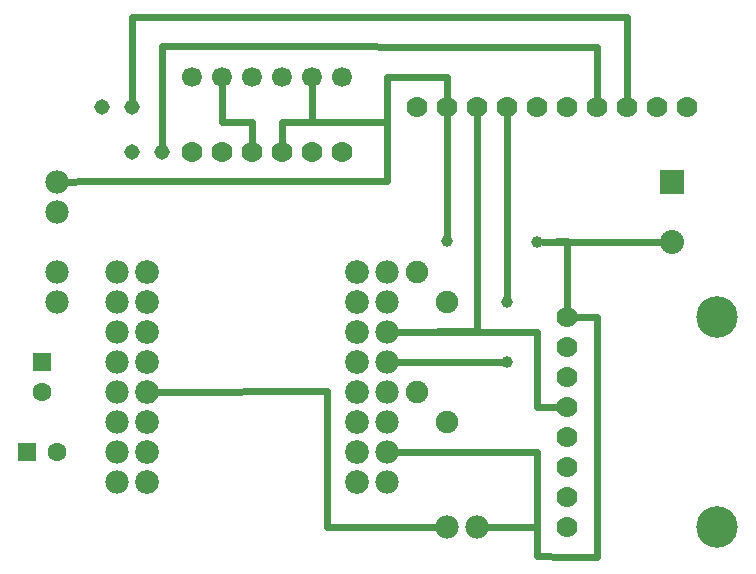
<source format=gbl>
G04 MADE WITH FRITZING*
G04 WWW.FRITZING.ORG*
G04 DOUBLE SIDED*
G04 HOLES PLATED*
G04 CONTOUR ON CENTER OF CONTOUR VECTOR*
%ASAXBY*%
%FSLAX23Y23*%
%MOIN*%
%OFA0B0*%
%SFA1.0B1.0*%
%ADD10C,0.078000*%
%ADD11C,0.080000*%
%ADD12C,0.079370*%
%ADD13C,0.051496*%
%ADD14C,0.077778*%
%ADD15C,0.062992*%
%ADD16C,0.069444*%
%ADD17C,0.070000*%
%ADD18C,0.075000*%
%ADD19C,0.138425*%
%ADD20C,0.066555*%
%ADD21C,0.039370*%
%ADD22R,0.080000X0.080000*%
%ADD23R,0.062992X0.062992*%
%ADD24C,0.024000*%
%LNCOPPER0*%
G90*
G70*
G54D10*
X1537Y177D03*
X1637Y177D03*
X237Y1327D03*
X237Y1227D03*
X237Y927D03*
X237Y1027D03*
G54D11*
X2287Y1327D03*
X2287Y1127D03*
G54D12*
X1237Y1027D03*
X1237Y927D03*
X1237Y827D03*
X1237Y727D03*
X1237Y627D03*
X1237Y527D03*
X1237Y427D03*
X1237Y327D03*
X537Y1027D03*
X537Y927D03*
X537Y827D03*
X537Y727D03*
X537Y627D03*
X537Y527D03*
X537Y427D03*
X537Y327D03*
G54D13*
X487Y1427D03*
X587Y1427D03*
X387Y1577D03*
X487Y1577D03*
G54D14*
X437Y1027D03*
X437Y927D03*
X437Y827D03*
X437Y727D03*
X437Y627D03*
X437Y527D03*
X437Y427D03*
X437Y327D03*
X1337Y327D03*
X1337Y427D03*
X1337Y527D03*
X1337Y627D03*
X1337Y727D03*
X1337Y827D03*
X1337Y927D03*
X1337Y1027D03*
G54D15*
X138Y427D03*
X237Y427D03*
X187Y726D03*
X187Y627D03*
G54D16*
X687Y1427D03*
X787Y1427D03*
X887Y1427D03*
X1187Y1427D03*
X1087Y1427D03*
X987Y1427D03*
G54D17*
X2337Y1577D03*
X2237Y1577D03*
X2137Y1577D03*
X2037Y1577D03*
X1937Y1577D03*
X1837Y1577D03*
X1737Y1577D03*
X1637Y1577D03*
X1537Y1577D03*
X1437Y1577D03*
G54D18*
X1537Y527D03*
X1537Y927D03*
X1437Y627D03*
X1437Y1027D03*
G54D17*
X1937Y377D03*
G54D19*
X2437Y877D03*
G54D17*
X1937Y777D03*
X1937Y577D03*
X1937Y177D03*
X1937Y877D03*
X1937Y677D03*
X1937Y477D03*
X1937Y277D03*
G54D19*
X2437Y177D03*
G54D20*
X687Y1677D03*
X787Y1677D03*
X887Y1677D03*
X1187Y1677D03*
X1087Y1677D03*
X987Y1677D03*
G54D21*
X1737Y727D03*
X1737Y927D03*
X1537Y1128D03*
X1837Y1127D03*
G54D22*
X2287Y1327D03*
G54D23*
X138Y427D03*
X187Y726D03*
G54D24*
X1836Y176D02*
X1667Y177D01*
D02*
X1836Y78D02*
X1836Y176D01*
D02*
X1138Y628D02*
X1138Y176D01*
D02*
X1138Y176D02*
X1507Y177D01*
D02*
X568Y627D02*
X1138Y628D01*
D02*
X1856Y1127D02*
X2256Y1127D01*
D02*
X587Y1778D02*
X587Y1476D01*
D02*
X587Y1476D02*
X587Y1454D01*
D02*
X2036Y1776D02*
X587Y1778D01*
D02*
X2037Y1608D02*
X2036Y1776D01*
D02*
X1637Y827D02*
X1366Y827D01*
D02*
X1836Y576D02*
X1837Y827D01*
D02*
X1837Y827D02*
X1637Y827D01*
D02*
X1906Y577D02*
X1836Y576D01*
D02*
X2038Y877D02*
X2037Y77D01*
D02*
X1937Y77D02*
X1836Y78D01*
D02*
X2037Y77D02*
X1937Y77D01*
D02*
X1836Y78D02*
X1837Y427D01*
D02*
X1837Y427D02*
X1366Y427D01*
D02*
X1968Y877D02*
X2038Y877D01*
D02*
X1937Y1128D02*
X1937Y908D01*
D02*
X1856Y1127D02*
X1937Y1128D01*
D02*
X1718Y727D02*
X1366Y727D01*
D02*
X1636Y828D02*
X1366Y827D01*
D02*
X1637Y1546D02*
X1636Y828D01*
D02*
X1737Y946D02*
X1737Y1546D01*
D02*
X987Y1527D02*
X987Y1454D01*
D02*
X1087Y1527D02*
X987Y1527D01*
D02*
X1087Y1650D02*
X1087Y1527D01*
D02*
X788Y1526D02*
X886Y1527D01*
D02*
X886Y1527D02*
X887Y1454D01*
D02*
X787Y1650D02*
X788Y1526D01*
D02*
X1336Y1527D02*
X1337Y1676D01*
D02*
X1337Y1676D02*
X1537Y1676D01*
D02*
X1537Y1676D02*
X1537Y1608D01*
D02*
X1087Y1527D02*
X1336Y1527D01*
D02*
X1537Y1546D02*
X1537Y1147D01*
D02*
X1336Y1328D02*
X336Y1328D01*
D02*
X336Y1328D02*
X267Y1327D01*
D02*
X1336Y1527D02*
X1336Y1328D01*
D02*
X2137Y1877D02*
X2137Y1608D01*
D02*
X487Y1604D02*
X486Y1876D01*
D02*
X486Y1876D02*
X2137Y1877D01*
G04 End of Copper0*
M02*
</source>
